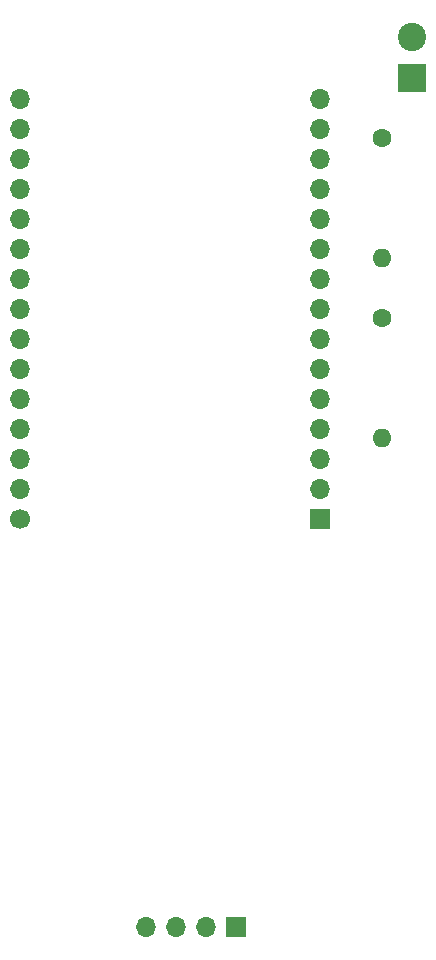
<source format=gbr>
%TF.GenerationSoftware,KiCad,Pcbnew,(6.0.5-0)*%
%TF.CreationDate,2022-05-16T13:23:45-04:00*%
%TF.ProjectId,test_project,74657374-5f70-4726-9f6a-6563742e6b69,rev?*%
%TF.SameCoordinates,Original*%
%TF.FileFunction,Soldermask,Bot*%
%TF.FilePolarity,Negative*%
%FSLAX46Y46*%
G04 Gerber Fmt 4.6, Leading zero omitted, Abs format (unit mm)*
G04 Created by KiCad (PCBNEW (6.0.5-0)) date 2022-05-16 13:23:45*
%MOMM*%
%LPD*%
G01*
G04 APERTURE LIST*
%ADD10C,1.600000*%
%ADD11O,1.600000X1.600000*%
%ADD12R,1.700000X1.700000*%
%ADD13O,1.700000X1.700000*%
%ADD14C,1.700000*%
%ADD15R,2.400000X2.400000*%
%ADD16C,2.400000*%
G04 APERTURE END LIST*
D10*
%TO.C,R2*%
X139700000Y-76200000D03*
D11*
X139700000Y-86360000D03*
%TD*%
D12*
%TO.C,U1*%
X134507500Y-108492500D03*
D13*
X134507500Y-105952500D03*
X134507500Y-103412500D03*
X134507500Y-100872500D03*
X134507500Y-98332500D03*
X134507500Y-95792500D03*
X134507500Y-93252500D03*
X134507500Y-90712500D03*
X134507500Y-88172500D03*
X134507500Y-85632500D03*
X134507500Y-83092500D03*
X134507500Y-80552500D03*
X134507500Y-78012500D03*
X134507500Y-75472500D03*
X134507500Y-72932500D03*
X109107500Y-72932500D03*
X109107500Y-75472500D03*
X109107500Y-78012500D03*
X109107500Y-80552500D03*
X109107500Y-83092500D03*
X109107500Y-85632500D03*
X109107500Y-88172500D03*
X109107500Y-90712500D03*
X109107500Y-93252500D03*
X109107500Y-95792500D03*
X109107500Y-98332500D03*
X109107500Y-100872500D03*
X109107500Y-103412500D03*
X109107500Y-105952500D03*
D14*
X109107500Y-108492500D03*
%TD*%
D10*
%TO.C,R1*%
X139700000Y-91440000D03*
D11*
X139700000Y-101600000D03*
%TD*%
D12*
%TO.C,U3*%
X127360000Y-143010000D03*
D13*
X124820000Y-143010000D03*
X122280000Y-143010000D03*
X119740000Y-143010000D03*
%TD*%
D15*
%TO.C,J1*%
X142240000Y-71120000D03*
D16*
X142240000Y-67620000D03*
%TD*%
M02*

</source>
